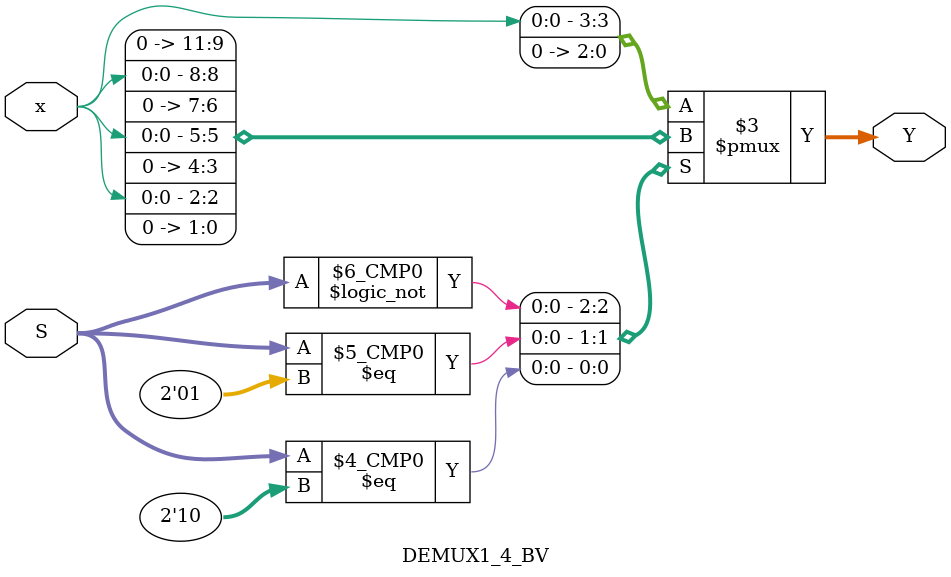
<source format=v>


`timescale 1ns/10ps

module DEMUX1_4_BV (
    x,
    S,
    Y
);
// 1:4 DEMUX written via behaviorial with
// bit vectors
// 
// Inputs:
//     x(bool): input feed
//     S(2bit vector): channel select bitvector;  
//         min=0, max=3
// 
// Outputs:
//     Y(4bit vector): ouput channel bitvector;
//         values min=0, max=15; allowed is: 0,1,2,4,8  
//         in this application
//     

input x;
input [1:0] S;
output [3:0] Y;
reg [3:0] Y;




always @(x, S) begin: DEMUX1_4_BV_LOGIC
    case (S)
        'h0: begin
            Y = {3'h0, x};
            // 0001
        end
        'h1: begin
            Y = {2'h0, x, 1'h0};
            // 0010
        end
        'h2: begin
            Y = {1'h0, x, 2'h0};
            // 0100
        end
        default: begin
            Y = {x, 3'h0};
            // 1000
        end
    endcase
end

endmodule

</source>
